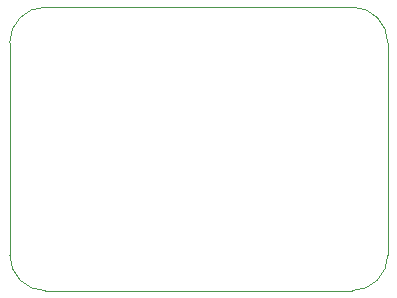
<source format=gbr>
%TF.GenerationSoftware,KiCad,Pcbnew,9.0.4-9.0.4-0~ubuntu22.04.1*%
%TF.CreationDate,2025-10-27T10:48:19-04:00*%
%TF.ProjectId,audio-breakout-mk2,61756469-6f2d-4627-9265-616b6f75742d,rev?*%
%TF.SameCoordinates,Original*%
%TF.FileFunction,Profile,NP*%
%FSLAX46Y46*%
G04 Gerber Fmt 4.6, Leading zero omitted, Abs format (unit mm)*
G04 Created by KiCad (PCBNEW 9.0.4-9.0.4-0~ubuntu22.04.1) date 2025-10-27 10:48:19*
%MOMM*%
%LPD*%
G01*
G04 APERTURE LIST*
%TA.AperFunction,Profile*%
%ADD10C,0.050000*%
%TD*%
G04 APERTURE END LIST*
D10*
X158000000Y-87000000D02*
X158000000Y-69000000D01*
X129000000Y-90000000D02*
X155000000Y-90000000D01*
X126000000Y-69000000D02*
X126000000Y-87000000D01*
X155000000Y-66000000D02*
X129000000Y-66000000D01*
X126000000Y-69000000D02*
G75*
G02*
X129000000Y-66000000I3000000J0D01*
G01*
X129000000Y-90000000D02*
G75*
G02*
X126000000Y-87000000I0J3000000D01*
G01*
X158000000Y-87000000D02*
G75*
G02*
X155000000Y-90000000I-3000000J0D01*
G01*
X155000000Y-66000000D02*
G75*
G02*
X158000000Y-69000000I0J-3000000D01*
G01*
M02*

</source>
